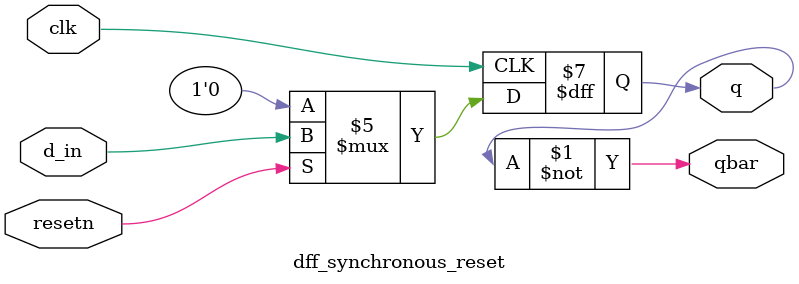
<source format=v>
`timescale 1ns / 1ps
module dff_synchronous_reset(clk,resetn,d_in,q,qbar);
input clk,resetn,d_in;
output reg q;
output qbar;

assign qbar = ~q;

always@(posedge clk) begin
    if(!resetn)
        q <= 0;
    else 
        q <= d_in;
end          
endmodule

</source>
